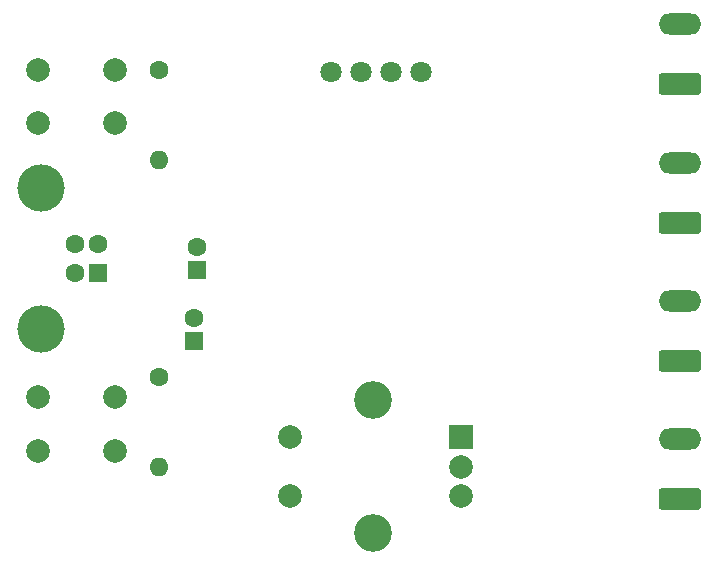
<source format=gbr>
%TF.GenerationSoftware,KiCad,Pcbnew,7.0.11+1*%
%TF.CreationDate,2024-03-31T13:18:14+02:00*%
%TF.ProjectId,ch32v203_thermokoppel,63683332-7632-4303-935f-746865726d6f,rev?*%
%TF.SameCoordinates,Original*%
%TF.FileFunction,Soldermask,Bot*%
%TF.FilePolarity,Negative*%
%FSLAX46Y46*%
G04 Gerber Fmt 4.6, Leading zero omitted, Abs format (unit mm)*
G04 Created by KiCad (PCBNEW 7.0.11+1) date 2024-03-31 13:18:14*
%MOMM*%
%LPD*%
G01*
G04 APERTURE LIST*
G04 Aperture macros list*
%AMRoundRect*
0 Rectangle with rounded corners*
0 $1 Rounding radius*
0 $2 $3 $4 $5 $6 $7 $8 $9 X,Y pos of 4 corners*
0 Add a 4 corners polygon primitive as box body*
4,1,4,$2,$3,$4,$5,$6,$7,$8,$9,$2,$3,0*
0 Add four circle primitives for the rounded corners*
1,1,$1+$1,$2,$3*
1,1,$1+$1,$4,$5*
1,1,$1+$1,$6,$7*
1,1,$1+$1,$8,$9*
0 Add four rect primitives between the rounded corners*
20,1,$1+$1,$2,$3,$4,$5,0*
20,1,$1+$1,$4,$5,$6,$7,0*
20,1,$1+$1,$6,$7,$8,$9,0*
20,1,$1+$1,$8,$9,$2,$3,0*%
G04 Aperture macros list end*
%ADD10C,2.000000*%
%ADD11C,3.200000*%
%ADD12R,2.000000X2.000000*%
%ADD13C,1.800000*%
%ADD14C,1.600000*%
%ADD15O,1.600000X1.600000*%
%ADD16O,3.600000X1.800000*%
%ADD17RoundRect,0.250000X1.550000X-0.650000X1.550000X0.650000X-1.550000X0.650000X-1.550000X-0.650000X0*%
%ADD18C,4.000000*%
%ADD19R,1.600000X1.600000*%
G04 APERTURE END LIST*
D10*
%TO.C,SW3*%
X121100000Y-85100000D03*
X121100000Y-90100000D03*
D11*
X128100000Y-93200000D03*
X128100000Y-82000000D03*
D10*
X135600000Y-87600000D03*
X135600000Y-90100000D03*
D12*
X135600000Y-85100000D03*
%TD*%
D13*
%TO.C,U7*%
X124540000Y-54240000D03*
X127080000Y-54240000D03*
X129620000Y-54240000D03*
X132160000Y-54240000D03*
%TD*%
D10*
%TO.C,SW2*%
X106250000Y-54000000D03*
X99750000Y-54000000D03*
X106250000Y-58500000D03*
X99750000Y-58500000D03*
%TD*%
%TO.C,SW1*%
X106250000Y-81750000D03*
X99750000Y-81750000D03*
X106250000Y-86250000D03*
X99750000Y-86250000D03*
%TD*%
D14*
%TO.C,R2*%
X110000000Y-53990000D03*
D15*
X110000000Y-61610000D03*
%TD*%
%TO.C,R1*%
X110000000Y-87620000D03*
D14*
X110000000Y-80000000D03*
%TD*%
D16*
%TO.C,J5*%
X154090000Y-85272500D03*
D17*
X154090000Y-90352500D03*
%TD*%
%TO.C,J4*%
X154090000Y-78649166D03*
D16*
X154090000Y-73569166D03*
%TD*%
D17*
%TO.C,J3*%
X154090000Y-66945833D03*
D16*
X154090000Y-61865833D03*
%TD*%
D17*
%TO.C,J2*%
X154090000Y-55242500D03*
D16*
X154090000Y-50162500D03*
%TD*%
D18*
%TO.C,J1*%
X100000000Y-64000000D03*
X100000000Y-76000000D03*
D14*
X102860000Y-71250000D03*
X102860000Y-68750000D03*
X104860000Y-68750000D03*
D19*
X104860000Y-71250000D03*
%TD*%
%TO.C,C6*%
X113190000Y-71000000D03*
D14*
X113190000Y-69000000D03*
%TD*%
D19*
%TO.C,C5*%
X113000000Y-77000000D03*
D14*
X113000000Y-75000000D03*
%TD*%
M02*

</source>
